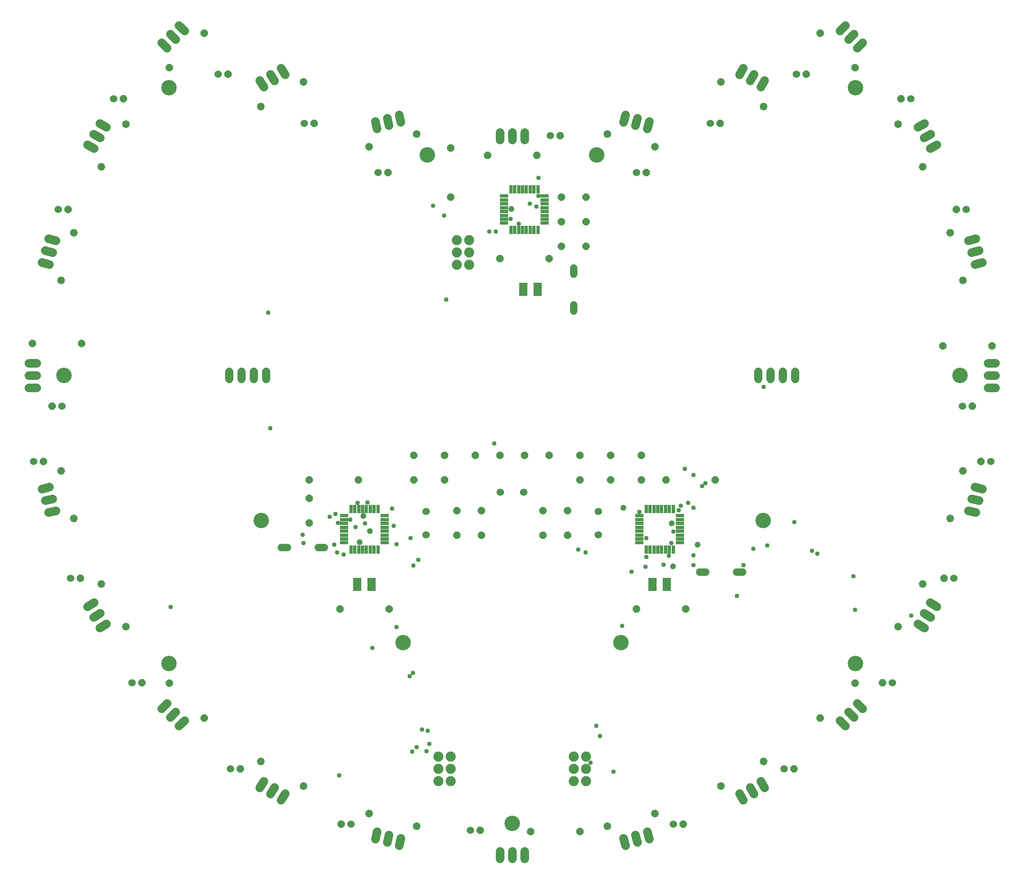
<source format=gbr>
G04 EAGLE Gerber RS-274X export*
G75*
%MOMM*%
%FSLAX34Y34*%
%LPD*%
%INSoldermask Top*%
%IPPOS*%
%AMOC8*
5,1,8,0,0,1.08239X$1,22.5*%
G01*
%ADD10C,3.203200*%
%ADD11P,1.649562X8X22.500000*%
%ADD12C,1.524000*%
%ADD13P,1.649562X8X202.500000*%
%ADD14P,1.649562X8X292.500000*%
%ADD15P,1.649562X8X112.500000*%
%ADD16C,1.524000*%
%ADD17R,1.673200X0.753200*%
%ADD18R,0.753200X1.673200*%
%ADD19C,1.727200*%
%ADD20R,1.700000X2.800000*%
%ADD21P,1.649562X8X157.500000*%
%ADD22P,1.649562X8X172.500000*%
%ADD23P,1.649562X8X187.500000*%
%ADD24P,1.649562X8X217.500000*%
%ADD25P,1.649562X8X232.500000*%
%ADD26P,1.649562X8X247.500000*%
%ADD27P,1.649562X8X262.500000*%
%ADD28P,1.649562X8X277.500000*%
%ADD29P,1.649562X8X37.500000*%
%ADD30P,1.649562X8X307.500000*%
%ADD31P,1.649562X8X322.500000*%
%ADD32P,1.649562X8X337.500000*%
%ADD33P,1.649562X8X352.500000*%
%ADD34P,1.649562X8X367.500000*%
%ADD35P,1.649562X8X52.500000*%
%ADD36P,1.649562X8X67.500000*%
%ADD37P,1.649562X8X82.500000*%
%ADD38P,1.649562X8X97.500000*%
%ADD39P,1.649562X8X127.500000*%
%ADD40P,1.649562X8X142.500000*%
%ADD41C,1.778200*%
%ADD42C,2.082800*%
%ADD43C,1.219200*%
%ADD44C,0.959600*%


D10*
X-708591Y594579D03*
X-924893Y0D03*
X-708591Y-594579D03*
X0Y-925000D03*
X-224968Y-551826D03*
X224968Y-551826D03*
X708591Y-594579D03*
X518178Y-299159D03*
X924893Y0D03*
X708591Y594579D03*
X175002Y455508D03*
X-175002Y455508D03*
X-518178Y-299159D03*
D11*
X-66040Y-939800D03*
D12*
X-86360Y-939800D03*
D11*
X607060Y622300D03*
D12*
X586740Y622300D03*
D11*
X429260Y520700D03*
D12*
X408940Y520700D03*
D11*
X276860Y419100D03*
D12*
X256540Y419100D03*
D11*
X99060Y495300D03*
D12*
X78740Y495300D03*
D11*
X-256540Y419100D03*
D12*
X-276860Y419100D03*
D11*
X-408940Y520700D03*
D12*
X-429260Y520700D03*
D11*
X-586740Y622300D03*
D12*
X-607060Y622300D03*
D11*
X-802640Y571500D03*
D12*
X-822960Y571500D03*
D11*
X-916940Y342900D03*
D12*
X-937260Y342900D03*
D13*
X-949960Y-63500D03*
D12*
X-929640Y-63500D03*
D11*
X353060Y-927100D03*
D12*
X332740Y-927100D03*
D11*
X-967740Y-177800D03*
D12*
X-988060Y-177800D03*
D11*
X-891540Y-419100D03*
D12*
X-911860Y-419100D03*
D11*
X-764540Y-635000D03*
D12*
X-784860Y-635000D03*
D11*
X-561340Y-812800D03*
D12*
X-581660Y-812800D03*
D13*
X-353060Y-927100D03*
D12*
X-332740Y-927100D03*
D11*
X63500Y-279400D03*
X114300Y-279400D03*
X63500Y-330200D03*
X114300Y-330200D03*
D13*
X76200Y-165100D03*
X25400Y-165100D03*
D11*
X-76200Y-165100D03*
X-25400Y-165100D03*
D13*
X-63500Y-330200D03*
X-114300Y-330200D03*
D11*
X581660Y-812800D03*
D12*
X561340Y-812800D03*
D13*
X-63500Y-279400D03*
X-114300Y-279400D03*
D14*
X266700Y-165100D03*
X266700Y-215900D03*
D13*
X152400Y368300D03*
X101600Y368300D03*
D14*
X-419100Y-254000D03*
X-419100Y-304800D03*
X203200Y-165100D03*
X203200Y-215900D03*
X139700Y-165100D03*
X139700Y-215900D03*
D13*
X152400Y317500D03*
X101600Y317500D03*
X764540Y-635000D03*
D12*
X784860Y-635000D03*
D13*
X152400Y266700D03*
X101600Y266700D03*
D15*
X-203200Y-215900D03*
X-203200Y-165100D03*
X-139700Y-215900D03*
X-139700Y-165100D03*
D13*
X891540Y-419100D03*
D12*
X911860Y-419100D03*
D13*
X967740Y-177800D03*
D12*
X988060Y-177800D03*
D11*
X949960Y-63500D03*
D12*
X929640Y-63500D03*
D13*
X916940Y342900D03*
D12*
X937260Y342900D03*
D13*
X802640Y571500D03*
D12*
X822960Y571500D03*
D16*
X400304Y-406400D02*
X387096Y-406400D01*
X463296Y-406400D02*
X476504Y-406400D01*
X127000Y209296D02*
X127000Y222504D01*
X127000Y146304D02*
X127000Y133096D01*
X-387096Y-355600D02*
X-400304Y-355600D01*
X-463296Y-355600D02*
X-476504Y-355600D01*
D17*
X346500Y-345500D03*
X346500Y-337500D03*
X346500Y-329500D03*
X346500Y-321500D03*
X346500Y-313500D03*
X346500Y-305500D03*
X346500Y-297500D03*
X346500Y-289500D03*
D18*
X332800Y-275800D03*
X324800Y-275800D03*
X316800Y-275800D03*
X308800Y-275800D03*
X300800Y-275800D03*
X292800Y-275800D03*
X284800Y-275800D03*
X276800Y-275800D03*
D17*
X263100Y-289500D03*
X263100Y-297500D03*
X263100Y-305500D03*
X263100Y-313500D03*
X263100Y-321500D03*
X263100Y-329500D03*
X263100Y-337500D03*
X263100Y-345500D03*
D18*
X276800Y-359200D03*
X284800Y-359200D03*
X292800Y-359200D03*
X300800Y-359200D03*
X308800Y-359200D03*
X316800Y-359200D03*
X324800Y-359200D03*
X332800Y-359200D03*
D17*
X-16300Y370900D03*
X-16300Y362900D03*
X-16300Y354900D03*
X-16300Y346900D03*
X-16300Y338900D03*
X-16300Y330900D03*
X-16300Y322900D03*
X-16300Y314900D03*
D18*
X-2600Y301200D03*
X5400Y301200D03*
X13400Y301200D03*
X21400Y301200D03*
X29400Y301200D03*
X37400Y301200D03*
X45400Y301200D03*
X53400Y301200D03*
D17*
X67100Y314900D03*
X67100Y322900D03*
X67100Y330900D03*
X67100Y338900D03*
X67100Y346900D03*
X67100Y354900D03*
X67100Y362900D03*
X67100Y370900D03*
D18*
X53400Y384600D03*
X45400Y384600D03*
X37400Y384600D03*
X29400Y384600D03*
X21400Y384600D03*
X13400Y384600D03*
X5400Y384600D03*
X-2600Y384600D03*
X-332800Y-359200D03*
X-324800Y-359200D03*
X-316800Y-359200D03*
X-308800Y-359200D03*
X-300800Y-359200D03*
X-292800Y-359200D03*
X-284800Y-359200D03*
X-276800Y-359200D03*
D17*
X-263100Y-345500D03*
X-263100Y-337500D03*
X-263100Y-329500D03*
X-263100Y-321500D03*
X-263100Y-313500D03*
X-263100Y-305500D03*
X-263100Y-297500D03*
X-263100Y-289500D03*
D18*
X-276800Y-275800D03*
X-284800Y-275800D03*
X-292800Y-275800D03*
X-300800Y-275800D03*
X-308800Y-275800D03*
X-316800Y-275800D03*
X-324800Y-275800D03*
X-332800Y-275800D03*
D17*
X-346500Y-289500D03*
X-346500Y-297500D03*
X-346500Y-305500D03*
X-346500Y-313500D03*
X-346500Y-321500D03*
X-346500Y-329500D03*
X-346500Y-337500D03*
X-346500Y-345500D03*
D19*
X584200Y-7620D02*
X584200Y7620D01*
X558800Y7620D02*
X558800Y-7620D01*
X533400Y-7620D02*
X533400Y7620D01*
X508000Y7620D02*
X508000Y-7620D01*
X-508000Y-7620D02*
X-508000Y7620D01*
X-533400Y7620D02*
X-533400Y-7620D01*
X-558800Y-7620D02*
X-558800Y7620D01*
X-584200Y7620D02*
X-584200Y-7620D01*
D20*
X289800Y-431800D03*
X319800Y-431800D03*
X23100Y177800D03*
X53100Y177800D03*
X-289800Y-431800D03*
X-319800Y-431800D03*
D13*
X139700Y-942300D03*
X38100Y-942300D03*
D21*
X707672Y635830D03*
X635830Y707672D03*
D22*
X518994Y556024D03*
X431006Y606824D03*
D23*
X294947Y472682D03*
X196809Y498978D03*
D13*
X50800Y454700D03*
X-50800Y454700D03*
D24*
X-196809Y498978D03*
X-294947Y472682D03*
D25*
X-431006Y606824D03*
X-518994Y556024D03*
D26*
X-635830Y707672D03*
X-707672Y635830D03*
D27*
X-797324Y518994D03*
X-848124Y431006D03*
D28*
X-904482Y294947D03*
X-930778Y196809D03*
D11*
X-990600Y66000D03*
X-889000Y66000D03*
D29*
X196809Y-930778D03*
X294947Y-904482D03*
D30*
X-930778Y-196809D03*
X-904482Y-294947D03*
D31*
X-848124Y-431006D03*
X-797324Y-518994D03*
D32*
X-707672Y-635830D03*
X-635830Y-707672D03*
D33*
X-518994Y-797324D03*
X-431006Y-848124D03*
D34*
X-294947Y-904482D03*
X-196809Y-930778D03*
D13*
X358100Y-482600D03*
X256500Y-482600D03*
X76200Y241300D03*
X-25400Y241300D03*
D11*
X-355600Y-482600D03*
X-254000Y-482600D03*
D13*
X419100Y-215900D03*
X317500Y-215900D03*
D14*
X-127000Y469900D03*
X-127000Y368300D03*
D35*
X431006Y-848124D03*
X518994Y-797324D03*
D11*
X-419100Y-215900D03*
X-317500Y-215900D03*
D36*
X635830Y-707672D03*
X707672Y-635830D03*
D37*
X797324Y-518994D03*
X848124Y-431006D03*
D38*
X904482Y-294947D03*
X930778Y-196809D03*
D13*
X990600Y61000D03*
X889000Y61000D03*
D39*
X930778Y196809D03*
X904482Y294947D03*
D40*
X848124Y431006D03*
X797324Y518994D03*
D41*
X-25400Y-982225D02*
X-25400Y-997975D01*
X0Y-997975D02*
X0Y-982225D01*
X25400Y-982225D02*
X25400Y-997975D01*
X712499Y676577D02*
X723635Y687714D01*
X705675Y705675D02*
X694538Y694538D01*
X676578Y712498D02*
X687714Y723635D01*
X520985Y610272D02*
X513110Y596632D01*
X491113Y609332D02*
X498988Y622972D01*
X476990Y635672D02*
X469115Y622032D01*
X282829Y525596D02*
X278753Y510382D01*
X254219Y516956D02*
X258295Y532170D01*
X233760Y538744D02*
X229684Y523530D01*
X25400Y502675D02*
X25400Y486925D01*
X0Y486925D02*
X0Y502675D01*
X-25400Y502675D02*
X-25400Y486925D01*
X-229684Y523530D02*
X-233760Y538744D01*
X-258295Y532170D02*
X-254219Y516956D01*
X-278753Y510382D02*
X-282829Y525596D01*
X-469116Y622032D02*
X-476990Y635672D01*
X-498987Y622972D02*
X-491113Y609332D01*
X-513110Y596632D02*
X-520985Y610272D01*
X-676578Y712498D02*
X-687714Y723635D01*
X-705675Y705675D02*
X-694538Y694538D01*
X-712499Y676577D02*
X-723635Y687714D01*
X-837932Y513110D02*
X-851572Y520985D01*
X-864272Y498987D02*
X-850632Y491113D01*
X-863332Y469115D02*
X-876972Y476990D01*
X-942183Y278753D02*
X-957396Y282829D01*
X-963970Y258295D02*
X-948757Y254219D01*
X-955331Y229684D02*
X-970544Y233760D01*
X-982225Y25400D02*
X-997975Y25400D01*
X-997975Y0D02*
X-982225Y0D01*
X-982225Y-25400D02*
X-997975Y-25400D01*
X229684Y-955330D02*
X233760Y-970544D01*
X258295Y-963970D02*
X254219Y-948756D01*
X278753Y-942182D02*
X282829Y-957396D01*
X-955331Y-229684D02*
X-970544Y-233760D01*
X-963970Y-258295D02*
X-948757Y-254219D01*
X-942183Y-278753D02*
X-957396Y-282829D01*
X-863332Y-469115D02*
X-876972Y-476990D01*
X-864272Y-498988D02*
X-850632Y-491113D01*
X-837932Y-513110D02*
X-851572Y-520985D01*
X-712499Y-676577D02*
X-723635Y-687714D01*
X-705675Y-705675D02*
X-694538Y-694538D01*
X-676578Y-712498D02*
X-687714Y-723635D01*
X-513110Y-837932D02*
X-520985Y-851572D01*
X-498988Y-864272D02*
X-491113Y-850632D01*
X-469115Y-863332D02*
X-476990Y-876972D01*
X-278753Y-942182D02*
X-282829Y-957396D01*
X-258295Y-963970D02*
X-254219Y-948756D01*
X-229684Y-955330D02*
X-233760Y-970544D01*
X469115Y-863332D02*
X476990Y-876972D01*
X498988Y-864272D02*
X491113Y-850632D01*
X513110Y-837932D02*
X520985Y-851572D01*
X676578Y-712498D02*
X687714Y-723635D01*
X705675Y-705675D02*
X694538Y-694538D01*
X712499Y-676577D02*
X723635Y-687714D01*
X837932Y-513110D02*
X851572Y-520985D01*
X864272Y-498988D02*
X850632Y-491113D01*
X863332Y-469115D02*
X876972Y-476990D01*
X942183Y-278753D02*
X957396Y-282829D01*
X963970Y-258295D02*
X948757Y-254219D01*
X955331Y-229684D02*
X970544Y-233760D01*
X982225Y-25400D02*
X997975Y-25400D01*
X997975Y0D02*
X982225Y0D01*
X982225Y25400D02*
X997975Y25400D01*
X955331Y229684D02*
X970544Y233760D01*
X963970Y258295D02*
X948757Y254219D01*
X942183Y278753D02*
X957396Y282829D01*
X863332Y469115D02*
X876972Y476990D01*
X864272Y498987D02*
X850632Y491113D01*
X837932Y513110D02*
X851572Y520985D01*
D12*
X177800Y-280670D03*
X177800Y-328930D03*
X24130Y-241300D03*
X-24130Y-241300D03*
X-177800Y-328930D03*
X-177800Y-280670D03*
D42*
X127000Y-787400D03*
X152400Y-787400D03*
X127000Y-812800D03*
X152400Y-812800D03*
X127000Y-838200D03*
X152400Y-838200D03*
X-114300Y279400D03*
X-88900Y279400D03*
X-114300Y254000D03*
X-88900Y254000D03*
X-114300Y228600D03*
X-88900Y228600D03*
X-127000Y-838200D03*
X-152400Y-838200D03*
X-127000Y-812800D03*
X-152400Y-812800D03*
X-127000Y-787400D03*
X-152400Y-787400D03*
D43*
X-307086Y-290322D03*
X329946Y-305562D03*
X332232Y-393954D03*
D44*
X348234Y-268986D03*
X392430Y-228600D03*
X582930Y-302514D03*
X823722Y-496062D03*
X136398Y-359664D03*
X-203454Y-392430D03*
X328422Y-345948D03*
X374142Y-391668D03*
X477774Y-391668D03*
X518922Y-23622D03*
X498348Y-357378D03*
X54102Y371094D03*
X54102Y408432D03*
X36576Y355092D03*
X13716Y313944D03*
X363474Y-262890D03*
X399288Y-222504D03*
X-298704Y-262128D03*
X-432054Y-329184D03*
X-704850Y-477774D03*
X-356616Y-826008D03*
X227076Y-516636D03*
X181356Y-744474D03*
X209550Y-818388D03*
X-499110Y-108966D03*
X-364236Y-285750D03*
X-333756Y-297942D03*
X-430530Y-345948D03*
X-359664Y-304800D03*
X-367284Y-348996D03*
X-323088Y-313182D03*
X-193548Y-381000D03*
X-196596Y-767334D03*
X-206502Y-777240D03*
X-170688Y-760476D03*
X-288036Y-562356D03*
X-238506Y-348234D03*
X-238506Y-519684D03*
X-204978Y-614172D03*
X-173736Y-733806D03*
X-176784Y-775716D03*
X-33528Y297942D03*
X-36576Y-140208D03*
X-47244Y297942D03*
X-136398Y156972D03*
X-319278Y-262890D03*
D43*
X-1524Y344424D03*
X229362Y-272796D03*
X383286Y-348996D03*
D44*
X323850Y-371856D03*
X312420Y-390906D03*
X275844Y-394716D03*
X151638Y-365760D03*
D43*
X-314706Y-344424D03*
X-293370Y-321564D03*
D44*
X332994Y-322326D03*
X374142Y-272796D03*
X374142Y-204978D03*
X-347472Y-369570D03*
X-361188Y-365760D03*
X-163068Y351282D03*
X50292Y348996D03*
X-303276Y-305562D03*
X-376428Y-291846D03*
X-140208Y330708D03*
X-503682Y130302D03*
X356616Y-192786D03*
X-3048Y323850D03*
X262890Y-281178D03*
X246888Y-405384D03*
X173736Y-723900D03*
X277368Y-336042D03*
X277368Y-374904D03*
X464058Y-454914D03*
X619506Y-361950D03*
X704850Y-414528D03*
X162306Y-799338D03*
X344424Y-278130D03*
X374904Y-371094D03*
X526542Y-351282D03*
X630174Y-368046D03*
X707898Y-483870D03*
X-247650Y-275082D03*
X-209550Y-336042D03*
X-211074Y-621030D03*
X-185928Y-730758D03*
X-244602Y-310134D03*
M02*

</source>
